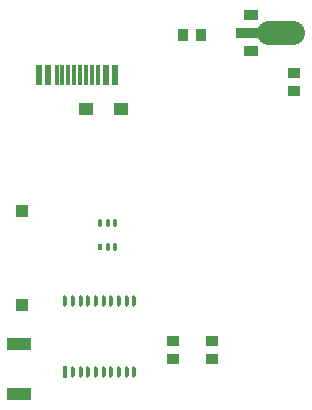
<source format=gtp>
G04*
G04 #@! TF.GenerationSoftware,Altium Limited,Altium Designer,23.5.1 (21)*
G04*
G04 Layer_Color=8421504*
%FSLAX44Y44*%
%MOMM*%
G71*
G04*
G04 #@! TF.SameCoordinates,3DE8B106-AB94-4B2A-A5C1-010116C31EDB*
G04*
G04*
G04 #@! TF.FilePolarity,Positive*
G04*
G01*
G75*
%ADD16O,4.0640X2.0320*%
%ADD17R,1.2700X0.8636*%
%ADD18R,2.5400X0.8636*%
%ADD19R,0.6000X1.7500*%
%ADD20R,0.3000X1.7500*%
%ADD21R,0.9800X0.9300*%
%ADD22R,1.2500X1.0000*%
%ADD23R,2.0000X1.0000*%
%ADD24O,0.3048X1.0160*%
G04:AMPARAMS|DCode=25|XSize=0.35mm|YSize=0.6mm|CornerRadius=0mm|HoleSize=0mm|Usage=FLASHONLY|Rotation=0.000|XOffset=0mm|YOffset=0mm|HoleType=Round|Shape=Octagon|*
%AMOCTAGOND25*
4,1,8,-0.0875,0.3000,0.0875,0.3000,0.1750,0.2125,0.1750,-0.2125,0.0875,-0.3000,-0.0875,-0.3000,-0.1750,-0.2125,-0.1750,0.2125,-0.0875,0.3000,0.0*
%
%ADD25OCTAGOND25*%

%ADD26R,0.9300X0.9800*%
%ADD27R,0.3500X0.6000*%
%ADD28R,0.3048X1.0160*%
%ADD29R,1.0000X1.0000*%
D16*
X1209294Y948690D02*
D03*
D17*
X1183894Y933450D02*
D03*
Y963930D02*
D03*
D18*
Y948690D02*
D03*
D19*
X1012602Y912938D02*
D03*
X1004852D02*
D03*
X1069352D02*
D03*
X1061602D02*
D03*
D20*
X1019602D02*
D03*
X1024602D02*
D03*
X1029602D02*
D03*
X1034602D02*
D03*
X1054602D02*
D03*
X1049602D02*
D03*
X1044602D02*
D03*
X1039602D02*
D03*
D21*
X1220724Y915068D02*
D03*
Y899668D02*
D03*
X1151128Y688086D02*
D03*
Y672686D02*
D03*
X1117854Y687578D02*
D03*
Y672178D02*
D03*
D22*
X1074166Y884174D02*
D03*
X1044666D02*
D03*
D23*
X988060Y642620D02*
D03*
Y685038D02*
D03*
D24*
X1059485Y721614D02*
D03*
X1033475Y661670D02*
D03*
X1039978D02*
D03*
X1046480D02*
D03*
X1052982D02*
D03*
X1059485D02*
D03*
X1065962D02*
D03*
X1072464D02*
D03*
X1078967D02*
D03*
X1085469D02*
D03*
X1026973Y721614D02*
D03*
X1033475D02*
D03*
X1039978D02*
D03*
X1046480D02*
D03*
X1052982D02*
D03*
X1065962D02*
D03*
X1072464D02*
D03*
X1078967D02*
D03*
X1085469D02*
D03*
D25*
X1062990Y767588D02*
D03*
X1056490Y787588D02*
D03*
X1062990D02*
D03*
X1069490D02*
D03*
Y767588D02*
D03*
D26*
X1142238Y947166D02*
D03*
X1126838D02*
D03*
D27*
X1056490Y767588D02*
D03*
D28*
X1026973Y661670D02*
D03*
D29*
X990600Y718058D02*
D03*
Y798058D02*
D03*
M02*

</source>
